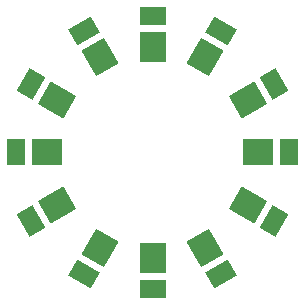
<source format=gbp>
%TF.GenerationSoftware,KiCad,Pcbnew,9.0.0*%
%TF.CreationDate,2025-06-29T18:37:43-04:00*%
%TF.ProjectId,darksky-porch-light,6461726b-736b-4792-9d70-6f7263682d6c,rev?*%
%TF.SameCoordinates,Original*%
%TF.FileFunction,Paste,Bot*%
%TF.FilePolarity,Positive*%
%FSLAX46Y46*%
G04 Gerber Fmt 4.6, Leading zero omitted, Abs format (unit mm)*
G04 Created by KiCad (PCBNEW 9.0.0) date 2025-06-29 18:37:43*
%MOMM*%
%LPD*%
G01*
G04 APERTURE LIST*
G04 Aperture macros list*
%AMRotRect*
0 Rectangle, with rotation*
0 The origin of the aperture is its center*
0 $1 length*
0 $2 width*
0 $3 Rotation angle, in degrees counterclockwise*
0 Add horizontal line*
21,1,$1,$2,0,0,$3*%
G04 Aperture macros list end*
%ADD10R,2.500000X2.200000*%
%ADD11R,1.550000X2.200000*%
%ADD12RotRect,2.500000X2.200000X300.000000*%
%ADD13RotRect,1.550000X2.200000X300.000000*%
%ADD14R,2.200000X2.500000*%
%ADD15R,2.200000X1.550000*%
%ADD16RotRect,2.500000X2.200000X30.000000*%
%ADD17RotRect,1.550000X2.200000X30.000000*%
%ADD18RotRect,2.500000X2.200000X240.000000*%
%ADD19RotRect,1.550000X2.200000X240.000000*%
%ADD20RotRect,2.500000X2.200000X60.000000*%
%ADD21RotRect,1.550000X2.200000X60.000000*%
%ADD22RotRect,2.500000X2.200000X210.000000*%
%ADD23RotRect,1.550000X2.200000X210.000000*%
%ADD24RotRect,2.500000X2.200000X150.000000*%
%ADD25RotRect,1.550000X2.200000X150.000000*%
%ADD26RotRect,2.500000X2.200000X120.000000*%
%ADD27RotRect,1.550000X2.200000X120.000000*%
%ADD28RotRect,2.500000X2.200000X330.000000*%
%ADD29RotRect,1.550000X2.200000X330.000000*%
G04 APERTURE END LIST*
D10*
%TO.C,D10*%
X146050000Y-95000000D03*
D11*
X143475000Y-95000000D03*
%TD*%
D12*
%TO.C,D6*%
X159475000Y-103090673D03*
D13*
X160762500Y-105320689D03*
%TD*%
D14*
%TO.C,D7*%
X155000000Y-103950000D03*
D15*
X155000000Y-106525000D03*
%TD*%
D16*
%TO.C,D3*%
X163090673Y-90525000D03*
D17*
X165320689Y-89237500D03*
%TD*%
D18*
%TO.C,D8*%
X150525000Y-103090673D03*
D19*
X149237500Y-105320689D03*
%TD*%
D20*
%TO.C,D2*%
X159475000Y-86909327D03*
D21*
X160762500Y-84679311D03*
%TD*%
D22*
%TO.C,D9*%
X146909327Y-99475000D03*
D23*
X144679311Y-100762500D03*
%TD*%
D24*
%TO.C,D11*%
X146909327Y-90525000D03*
D25*
X144679311Y-89237500D03*
%TD*%
D26*
%TO.C,D12*%
X150525000Y-86909327D03*
D27*
X149237500Y-84679311D03*
%TD*%
D28*
%TO.C,D5*%
X163090673Y-99475000D03*
D29*
X165320689Y-100762500D03*
%TD*%
D14*
%TO.C,D1*%
X155000000Y-86050000D03*
D15*
X155000000Y-83475000D03*
%TD*%
D10*
%TO.C,D4*%
X163950000Y-95000000D03*
D11*
X166525000Y-95000000D03*
%TD*%
M02*

</source>
